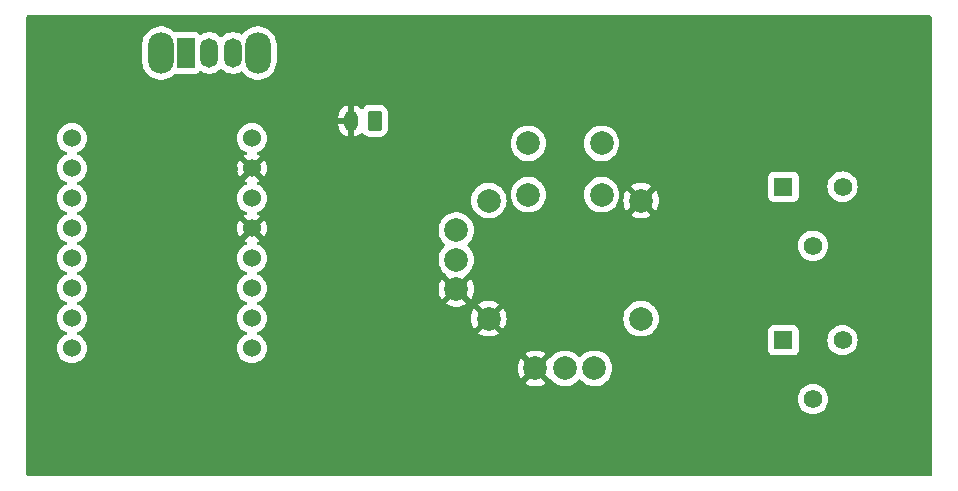
<source format=gbl>
%TF.GenerationSoftware,KiCad,Pcbnew,8.0.8*%
%TF.CreationDate,2025-02-18T22:42:37+01:00*%
%TF.ProjectId,T_lecommande,54e96c65-636f-46d6-9d61-6e64652e6b69,rev?*%
%TF.SameCoordinates,Original*%
%TF.FileFunction,Copper,L2,Bot*%
%TF.FilePolarity,Positive*%
%FSLAX46Y46*%
G04 Gerber Fmt 4.6, Leading zero omitted, Abs format (unit mm)*
G04 Created by KiCad (PCBNEW 8.0.8) date 2025-02-18 22:42:37*
%MOMM*%
%LPD*%
G01*
G04 APERTURE LIST*
G04 Aperture macros list*
%AMRoundRect*
0 Rectangle with rounded corners*
0 $1 Rounding radius*
0 $2 $3 $4 $5 $6 $7 $8 $9 X,Y pos of 4 corners*
0 Add a 4 corners polygon primitive as box body*
4,1,4,$2,$3,$4,$5,$6,$7,$8,$9,$2,$3,0*
0 Add four circle primitives for the rounded corners*
1,1,$1+$1,$2,$3*
1,1,$1+$1,$4,$5*
1,1,$1+$1,$6,$7*
1,1,$1+$1,$8,$9*
0 Add four rect primitives between the rounded corners*
20,1,$1+$1,$2,$3,$4,$5,0*
20,1,$1+$1,$4,$5,$6,$7,0*
20,1,$1+$1,$6,$7,$8,$9,0*
20,1,$1+$1,$8,$9,$2,$3,0*%
G04 Aperture macros list end*
%TA.AperFunction,ComponentPad*%
%ADD10C,1.524000*%
%TD*%
%TA.AperFunction,ComponentPad*%
%ADD11C,2.000000*%
%TD*%
%TA.AperFunction,ComponentPad*%
%ADD12R,1.560000X1.560000*%
%TD*%
%TA.AperFunction,ComponentPad*%
%ADD13C,1.560000*%
%TD*%
%TA.AperFunction,ComponentPad*%
%ADD14O,2.200000X3.500000*%
%TD*%
%TA.AperFunction,ComponentPad*%
%ADD15R,1.500000X2.500000*%
%TD*%
%TA.AperFunction,ComponentPad*%
%ADD16O,1.500000X2.500000*%
%TD*%
%TA.AperFunction,ComponentPad*%
%ADD17RoundRect,0.250000X0.350000X0.625000X-0.350000X0.625000X-0.350000X-0.625000X0.350000X-0.625000X0*%
%TD*%
%TA.AperFunction,ComponentPad*%
%ADD18O,1.200000X1.750000*%
%TD*%
%TA.AperFunction,ViaPad*%
%ADD19C,0.600000*%
%TD*%
G04 APERTURE END LIST*
D10*
%TO.P,U2,1,5V*%
%TO.N,5V*%
X69600000Y-60920000D03*
%TO.P,U2,2,GND*%
%TO.N,GND*%
X69600000Y-63460000D03*
%TO.P,U2,3,3.3V*%
%TO.N,3V3*%
X69600000Y-66000000D03*
%TO.P,U2,4,GPIO4*%
%TO.N,GND*%
X69600000Y-68540000D03*
%TO.P,U2,5,GPIO3*%
%TO.N,unconnected-(U2-GPIO3-Pad5)*%
X69600000Y-71080000D03*
%TO.P,U2,6,GPIO2*%
%TO.N,Net-(U2-GPIO2)*%
X69600000Y-73620000D03*
%TO.P,U2,7,GPIO1*%
%TO.N,Net-(R1-V)*%
X69600000Y-76160000D03*
%TO.P,U2,8,GPIO0*%
%TO.N,Net-(R1-H)*%
X69600000Y-78700000D03*
%TO.P,U2,9,GPIO21*%
%TO.N,unconnected-(U2-GPIO21-Pad9)*%
X54360000Y-78700000D03*
%TO.P,U2,10,GPIO20*%
%TO.N,unconnected-(U2-GPIO20-Pad10)*%
X54360000Y-76160000D03*
%TO.P,U2,11,GPIO10*%
%TO.N,unconnected-(U2-GPIO10-Pad11)*%
X54360000Y-73620000D03*
%TO.P,U2,12,GPIO9*%
%TO.N,unconnected-(U2-GPIO9-Pad12)*%
X54360000Y-71080000D03*
%TO.P,U2,13,GPIO8*%
%TO.N,unconnected-(U2-GPIO8-Pad13)*%
X54360000Y-68540000D03*
%TO.P,U2,14,GPIO7*%
%TO.N,unconnected-(U2-GPIO7-Pad14)*%
X54360000Y-66000000D03*
%TO.P,U2,15,GPIO6*%
%TO.N,unconnected-(U2-GPIO6-Pad15)*%
X54360000Y-63460000D03*
%TO.P,U2,16,GPIO5*%
%TO.N,unconnected-(U2-GPIO5-Pad16)*%
X54360000Y-60920000D03*
%TD*%
D11*
%TO.P,R1,1,V+*%
%TO.N,Net-(R1-V+)*%
X86900000Y-68700000D03*
%TO.P,R1,2,V*%
%TO.N,Net-(R1-V)*%
X86900000Y-71200000D03*
%TO.P,R1,3,V-*%
%TO.N,GND*%
X86900000Y-73700000D03*
%TO.P,R1,4,H+*%
X93600000Y-80400000D03*
%TO.P,R1,5,H*%
%TO.N,Net-(R1-H)*%
X96100000Y-80400000D03*
%TO.P,R1,6,H+*%
%TO.N,Net-(R1-H+-Pad6)*%
X98600000Y-80400000D03*
%TO.P,R1,7,SEL+*%
%TO.N,unconnected-(R1-SEL+-Pad7)*%
X99200000Y-65700000D03*
%TO.P,R1,8,SEL-*%
%TO.N,3V3*%
X93000000Y-65700000D03*
%TO.P,R1,9,SEL+*%
%TO.N,unconnected-(R1-SEL+-Pad9)*%
X99200000Y-61350000D03*
%TO.P,R1,10,SEL-*%
%TO.N,Net-(U2-GPIO2)*%
X93000000Y-61350000D03*
%TO.P,R1,11,MP*%
%TO.N,GND*%
X89650000Y-76200000D03*
%TO.P,R1,12,MP*%
%TO.N,unconnected-(R1-MP-Pad12)*%
X102550000Y-76200000D03*
%TO.P,R1,13,MP*%
%TO.N,unconnected-(R1-MP-Pad13)*%
X89650000Y-66200000D03*
%TO.P,R1,14,MP*%
%TO.N,GND*%
X102550000Y-66200000D03*
%TD*%
D12*
%TO.P,RV2,1,1*%
%TO.N,unconnected-(RV2-Pad1)*%
X114600000Y-78020000D03*
D13*
%TO.P,RV2,2,2*%
%TO.N,Net-(R1-H+-Pad6)*%
X117100000Y-83020000D03*
%TO.P,RV2,3,3*%
%TO.N,3V3*%
X119600000Y-78020000D03*
%TD*%
D14*
%TO.P,SW1,*%
%TO.N,*%
X61900000Y-53700000D03*
X70100000Y-53700000D03*
D15*
%TO.P,SW1,1,A*%
%TO.N,5V*%
X64000000Y-53700000D03*
D16*
%TO.P,SW1,2,B*%
%TO.N,Net-(J1-Pin_1)*%
X66000000Y-53700000D03*
%TO.P,SW1,3,C*%
%TO.N,unconnected-(SW1A-C-Pad3)*%
X68000000Y-53700000D03*
%TD*%
D12*
%TO.P,RV1,1,1*%
%TO.N,3V3*%
X114600000Y-65020000D03*
D13*
%TO.P,RV1,2,2*%
%TO.N,Net-(R1-V+)*%
X117100000Y-70020000D03*
%TO.P,RV1,3,3*%
%TO.N,unconnected-(RV1-Pad3)*%
X119600000Y-65020000D03*
%TD*%
D17*
%TO.P,J1,1,Pin_1*%
%TO.N,Net-(J1-Pin_1)*%
X80000000Y-59450000D03*
D18*
%TO.P,J1,2,Pin_2*%
%TO.N,GND*%
X78000000Y-59450000D03*
%TD*%
D19*
%TO.N,GND*%
X68200000Y-63500000D03*
%TD*%
%TA.AperFunction,Conductor*%
%TO.N,GND*%
G36*
X127016177Y-50520185D02*
G01*
X127036819Y-50536819D01*
X127163181Y-50663181D01*
X127196666Y-50724504D01*
X127199500Y-50750862D01*
X127199500Y-89375500D01*
X127179815Y-89442539D01*
X127127011Y-89488294D01*
X127075500Y-89499500D01*
X50624500Y-89499500D01*
X50557461Y-89479815D01*
X50511706Y-89427011D01*
X50500500Y-89375500D01*
X50500500Y-83019998D01*
X115814609Y-83019998D01*
X115814609Y-83020001D01*
X115834136Y-83243200D01*
X115834137Y-83243208D01*
X115892126Y-83459625D01*
X115892127Y-83459627D01*
X115892128Y-83459630D01*
X115986819Y-83662696D01*
X115986821Y-83662700D01*
X116115329Y-83846228D01*
X116115334Y-83846234D01*
X116273765Y-84004665D01*
X116273771Y-84004670D01*
X116457299Y-84133178D01*
X116457301Y-84133179D01*
X116457304Y-84133181D01*
X116660370Y-84227872D01*
X116876794Y-84285863D01*
X117036226Y-84299811D01*
X117099998Y-84305391D01*
X117100000Y-84305391D01*
X117100002Y-84305391D01*
X117155801Y-84300509D01*
X117323206Y-84285863D01*
X117539630Y-84227872D01*
X117742696Y-84133181D01*
X117926233Y-84004667D01*
X118084667Y-83846233D01*
X118213181Y-83662696D01*
X118307872Y-83459630D01*
X118365863Y-83243206D01*
X118385391Y-83020000D01*
X118365863Y-82796794D01*
X118307872Y-82580370D01*
X118213181Y-82377305D01*
X118084667Y-82193767D01*
X117926233Y-82035333D01*
X117926229Y-82035330D01*
X117926228Y-82035329D01*
X117742700Y-81906821D01*
X117742696Y-81906819D01*
X117729145Y-81900500D01*
X117539630Y-81812128D01*
X117539627Y-81812127D01*
X117539625Y-81812126D01*
X117323208Y-81754137D01*
X117323200Y-81754136D01*
X117100002Y-81734609D01*
X117099998Y-81734609D01*
X116876799Y-81754136D01*
X116876791Y-81754137D01*
X116660374Y-81812126D01*
X116660368Y-81812129D01*
X116457306Y-81906818D01*
X116457304Y-81906819D01*
X116273764Y-82035334D01*
X116115334Y-82193764D01*
X115986819Y-82377304D01*
X115986818Y-82377306D01*
X115892129Y-82580368D01*
X115892126Y-82580374D01*
X115834137Y-82796791D01*
X115834136Y-82796799D01*
X115814609Y-83019998D01*
X50500500Y-83019998D01*
X50500500Y-80399994D01*
X92094859Y-80399994D01*
X92094859Y-80400005D01*
X92115385Y-80647729D01*
X92115387Y-80647738D01*
X92176412Y-80888717D01*
X92276267Y-81116367D01*
X92376562Y-81269881D01*
X92922421Y-80724023D01*
X92935359Y-80755258D01*
X93017437Y-80878097D01*
X93121903Y-80982563D01*
X93244742Y-81064641D01*
X93275974Y-81077578D01*
X92729943Y-81623609D01*
X92776768Y-81660055D01*
X92776771Y-81660057D01*
X92995385Y-81778364D01*
X92995396Y-81778369D01*
X93230506Y-81859083D01*
X93475707Y-81900000D01*
X93724293Y-81900000D01*
X93969493Y-81859083D01*
X94204603Y-81778369D01*
X94204614Y-81778364D01*
X94423230Y-81660056D01*
X94423236Y-81660051D01*
X94470055Y-81623610D01*
X94470056Y-81623609D01*
X93924024Y-81077578D01*
X93955258Y-81064641D01*
X94078097Y-80982563D01*
X94182563Y-80878097D01*
X94264641Y-80755258D01*
X94277578Y-80724024D01*
X94832628Y-81279074D01*
X94866110Y-81285244D01*
X94907122Y-81321949D01*
X94908683Y-81320735D01*
X94911830Y-81324779D01*
X94966194Y-81383833D01*
X95080256Y-81507738D01*
X95276491Y-81660474D01*
X95276493Y-81660475D01*
X95494332Y-81778364D01*
X95495190Y-81778828D01*
X95714141Y-81853994D01*
X95728964Y-81859083D01*
X95730386Y-81859571D01*
X95975665Y-81900500D01*
X96224335Y-81900500D01*
X96469614Y-81859571D01*
X96704810Y-81778828D01*
X96923509Y-81660474D01*
X97119744Y-81507738D01*
X97258772Y-81356712D01*
X97318657Y-81320724D01*
X97388495Y-81322824D01*
X97441226Y-81356711D01*
X97580256Y-81507738D01*
X97776491Y-81660474D01*
X97776493Y-81660475D01*
X97994332Y-81778364D01*
X97995190Y-81778828D01*
X98214141Y-81853994D01*
X98228964Y-81859083D01*
X98230386Y-81859571D01*
X98475665Y-81900500D01*
X98724335Y-81900500D01*
X98969614Y-81859571D01*
X99204810Y-81778828D01*
X99423509Y-81660474D01*
X99619744Y-81507738D01*
X99788164Y-81324785D01*
X99924173Y-81116607D01*
X100024063Y-80888881D01*
X100085108Y-80647821D01*
X100085116Y-80647729D01*
X100105643Y-80400005D01*
X100105643Y-80399994D01*
X100085109Y-80152187D01*
X100085107Y-80152175D01*
X100024063Y-79911118D01*
X99924173Y-79683393D01*
X99788166Y-79475217D01*
X99758769Y-79443284D01*
X99619744Y-79292262D01*
X99423509Y-79139526D01*
X99423507Y-79139525D01*
X99423506Y-79139524D01*
X99204811Y-79021172D01*
X99204802Y-79021169D01*
X98969616Y-78940429D01*
X98724335Y-78899500D01*
X98475665Y-78899500D01*
X98230383Y-78940429D01*
X97995197Y-79021169D01*
X97995188Y-79021172D01*
X97776493Y-79139524D01*
X97580255Y-79292262D01*
X97580252Y-79292265D01*
X97441229Y-79443284D01*
X97381342Y-79479275D01*
X97311504Y-79477174D01*
X97258771Y-79443284D01*
X97119747Y-79292265D01*
X97119744Y-79292262D01*
X97037013Y-79227870D01*
X96923509Y-79139526D01*
X96923507Y-79139525D01*
X96923506Y-79139524D01*
X96704811Y-79021172D01*
X96704802Y-79021169D01*
X96469616Y-78940429D01*
X96224335Y-78899500D01*
X95975665Y-78899500D01*
X95730383Y-78940429D01*
X95495197Y-79021169D01*
X95495188Y-79021172D01*
X95276493Y-79139524D01*
X95080257Y-79292261D01*
X94911837Y-79475213D01*
X94908690Y-79479258D01*
X94906973Y-79477922D01*
X94860771Y-79517294D01*
X94831598Y-79521954D01*
X94277578Y-80075974D01*
X94264641Y-80044742D01*
X94182563Y-79921903D01*
X94078097Y-79817437D01*
X93955258Y-79735359D01*
X93924024Y-79722421D01*
X94470055Y-79176389D01*
X94470055Y-79176388D01*
X94423236Y-79139947D01*
X94423231Y-79139944D01*
X94204614Y-79021635D01*
X94204603Y-79021630D01*
X93969493Y-78940916D01*
X93724293Y-78900000D01*
X93475707Y-78900000D01*
X93230506Y-78940916D01*
X92995396Y-79021630D01*
X92995385Y-79021635D01*
X92776770Y-79139943D01*
X92729943Y-79176389D01*
X93275975Y-79722421D01*
X93244742Y-79735359D01*
X93121903Y-79817437D01*
X93017437Y-79921903D01*
X92935359Y-80044742D01*
X92922421Y-80075975D01*
X92376563Y-79530117D01*
X92276267Y-79683633D01*
X92276265Y-79683637D01*
X92176412Y-79911282D01*
X92115387Y-80152261D01*
X92115385Y-80152270D01*
X92094859Y-80399994D01*
X50500500Y-80399994D01*
X50500500Y-60919997D01*
X53092677Y-60919997D01*
X53092677Y-60920002D01*
X53111929Y-61140062D01*
X53111930Y-61140070D01*
X53169104Y-61353445D01*
X53169105Y-61353447D01*
X53169106Y-61353450D01*
X53262466Y-61553662D01*
X53262468Y-61553666D01*
X53389170Y-61734615D01*
X53389175Y-61734621D01*
X53545378Y-61890824D01*
X53545384Y-61890829D01*
X53726333Y-62017531D01*
X53726335Y-62017532D01*
X53726338Y-62017534D01*
X53831574Y-62066606D01*
X53855189Y-62077618D01*
X53907628Y-62123790D01*
X53926780Y-62190984D01*
X53906564Y-62257865D01*
X53855189Y-62302382D01*
X53726340Y-62362465D01*
X53726338Y-62362466D01*
X53545377Y-62489175D01*
X53389175Y-62645377D01*
X53262466Y-62826338D01*
X53262465Y-62826340D01*
X53169107Y-63026548D01*
X53169104Y-63026554D01*
X53111930Y-63239929D01*
X53111929Y-63239937D01*
X53092677Y-63459997D01*
X53092677Y-63460002D01*
X53111929Y-63680062D01*
X53111930Y-63680070D01*
X53169104Y-63893445D01*
X53169105Y-63893447D01*
X53169106Y-63893450D01*
X53175341Y-63906821D01*
X53262466Y-64093662D01*
X53262468Y-64093666D01*
X53389170Y-64274615D01*
X53389175Y-64274621D01*
X53545378Y-64430824D01*
X53545384Y-64430829D01*
X53726333Y-64557531D01*
X53726335Y-64557532D01*
X53726338Y-64557534D01*
X53775319Y-64580374D01*
X53855189Y-64617618D01*
X53907628Y-64663790D01*
X53926780Y-64730984D01*
X53906564Y-64797865D01*
X53855189Y-64842382D01*
X53726340Y-64902465D01*
X53726338Y-64902466D01*
X53545377Y-65029175D01*
X53389175Y-65185377D01*
X53262466Y-65366338D01*
X53262465Y-65366340D01*
X53169107Y-65566548D01*
X53169104Y-65566554D01*
X53111930Y-65779929D01*
X53111929Y-65779937D01*
X53092677Y-65999997D01*
X53092677Y-66000002D01*
X53111929Y-66220062D01*
X53111930Y-66220070D01*
X53169104Y-66433445D01*
X53169105Y-66433447D01*
X53169106Y-66433450D01*
X53175809Y-66447824D01*
X53262466Y-66633662D01*
X53262468Y-66633666D01*
X53389170Y-66814615D01*
X53389175Y-66814621D01*
X53545378Y-66970824D01*
X53545384Y-66970829D01*
X53726333Y-67097531D01*
X53726335Y-67097532D01*
X53726338Y-67097534D01*
X53845748Y-67153215D01*
X53855189Y-67157618D01*
X53907628Y-67203790D01*
X53926780Y-67270984D01*
X53906564Y-67337865D01*
X53855189Y-67382382D01*
X53726340Y-67442465D01*
X53726338Y-67442466D01*
X53545377Y-67569175D01*
X53389175Y-67725377D01*
X53262466Y-67906338D01*
X53262465Y-67906340D01*
X53169107Y-68106548D01*
X53169104Y-68106554D01*
X53111930Y-68319929D01*
X53111929Y-68319937D01*
X53092677Y-68539997D01*
X53092677Y-68540002D01*
X53111929Y-68760062D01*
X53111930Y-68760070D01*
X53169104Y-68973445D01*
X53169105Y-68973447D01*
X53169106Y-68973450D01*
X53197963Y-69035334D01*
X53262466Y-69173662D01*
X53262468Y-69173666D01*
X53389170Y-69354615D01*
X53389175Y-69354621D01*
X53545378Y-69510824D01*
X53545384Y-69510829D01*
X53726333Y-69637531D01*
X53726335Y-69637532D01*
X53726338Y-69637534D01*
X53845748Y-69693215D01*
X53855189Y-69697618D01*
X53907628Y-69743790D01*
X53926780Y-69810984D01*
X53906564Y-69877865D01*
X53855189Y-69922382D01*
X53726340Y-69982465D01*
X53726338Y-69982466D01*
X53545377Y-70109175D01*
X53389175Y-70265377D01*
X53262466Y-70446338D01*
X53262465Y-70446340D01*
X53169107Y-70646548D01*
X53169104Y-70646554D01*
X53111930Y-70859929D01*
X53111929Y-70859937D01*
X53092677Y-71079997D01*
X53092677Y-71080002D01*
X53111929Y-71300062D01*
X53111930Y-71300070D01*
X53169104Y-71513445D01*
X53169105Y-71513447D01*
X53169106Y-71513450D01*
X53262466Y-71713662D01*
X53262468Y-71713666D01*
X53389170Y-71894615D01*
X53389175Y-71894621D01*
X53545378Y-72050824D01*
X53545384Y-72050829D01*
X53726333Y-72177531D01*
X53726335Y-72177532D01*
X53726338Y-72177534D01*
X53845748Y-72233215D01*
X53855189Y-72237618D01*
X53907628Y-72283790D01*
X53926780Y-72350984D01*
X53906564Y-72417865D01*
X53855189Y-72462382D01*
X53726340Y-72522465D01*
X53726338Y-72522466D01*
X53545377Y-72649175D01*
X53389175Y-72805377D01*
X53262466Y-72986338D01*
X53262465Y-72986340D01*
X53169107Y-73186548D01*
X53169104Y-73186554D01*
X53111930Y-73399929D01*
X53111929Y-73399937D01*
X53092677Y-73619997D01*
X53092677Y-73620002D01*
X53111929Y-73840062D01*
X53111930Y-73840070D01*
X53169104Y-74053445D01*
X53169105Y-74053447D01*
X53169106Y-74053450D01*
X53227230Y-74178097D01*
X53262466Y-74253662D01*
X53262468Y-74253666D01*
X53389170Y-74434615D01*
X53389175Y-74434621D01*
X53545378Y-74590824D01*
X53545384Y-74590829D01*
X53726333Y-74717531D01*
X53726335Y-74717532D01*
X53726338Y-74717534D01*
X53845748Y-74773215D01*
X53855189Y-74777618D01*
X53907628Y-74823790D01*
X53926780Y-74890984D01*
X53906564Y-74957865D01*
X53855189Y-75002382D01*
X53726340Y-75062465D01*
X53726338Y-75062466D01*
X53545377Y-75189175D01*
X53389175Y-75345377D01*
X53262466Y-75526338D01*
X53262465Y-75526340D01*
X53169107Y-75726548D01*
X53169104Y-75726554D01*
X53111930Y-75939929D01*
X53111929Y-75939937D01*
X53092677Y-76159997D01*
X53092677Y-76160002D01*
X53111929Y-76380062D01*
X53111930Y-76380070D01*
X53169104Y-76593445D01*
X53169105Y-76593447D01*
X53169106Y-76593450D01*
X53262466Y-76793662D01*
X53262468Y-76793666D01*
X53389170Y-76974615D01*
X53389175Y-76974621D01*
X53545378Y-77130824D01*
X53545384Y-77130829D01*
X53726333Y-77257531D01*
X53726335Y-77257532D01*
X53726338Y-77257534D01*
X53834001Y-77307738D01*
X53855189Y-77317618D01*
X53907628Y-77363790D01*
X53926780Y-77430984D01*
X53906564Y-77497865D01*
X53855189Y-77542382D01*
X53726340Y-77602465D01*
X53726338Y-77602466D01*
X53545377Y-77729175D01*
X53389175Y-77885377D01*
X53262466Y-78066338D01*
X53262465Y-78066340D01*
X53169107Y-78266548D01*
X53169104Y-78266554D01*
X53111930Y-78479929D01*
X53111929Y-78479937D01*
X53092677Y-78699997D01*
X53092677Y-78700002D01*
X53111929Y-78920062D01*
X53111930Y-78920070D01*
X53169104Y-79133445D01*
X53169105Y-79133447D01*
X53169106Y-79133450D01*
X53247002Y-79300499D01*
X53262466Y-79333662D01*
X53262468Y-79333666D01*
X53389170Y-79514615D01*
X53389175Y-79514621D01*
X53545378Y-79670824D01*
X53545384Y-79670829D01*
X53726333Y-79797531D01*
X53726335Y-79797532D01*
X53726338Y-79797534D01*
X53926550Y-79890894D01*
X54139932Y-79948070D01*
X54297123Y-79961822D01*
X54359998Y-79967323D01*
X54360000Y-79967323D01*
X54360002Y-79967323D01*
X54415017Y-79962509D01*
X54580068Y-79948070D01*
X54793450Y-79890894D01*
X54993662Y-79797534D01*
X55174620Y-79670826D01*
X55330826Y-79514620D01*
X55457534Y-79333662D01*
X55550894Y-79133450D01*
X55608070Y-78920068D01*
X55627323Y-78700000D01*
X55624059Y-78662696D01*
X55608070Y-78479937D01*
X55608070Y-78479932D01*
X55550894Y-78266550D01*
X55457534Y-78066339D01*
X55330826Y-77885380D01*
X55174620Y-77729174D01*
X55174616Y-77729171D01*
X55174615Y-77729170D01*
X54993666Y-77602468D01*
X54993658Y-77602464D01*
X54864811Y-77542382D01*
X54812371Y-77496210D01*
X54793219Y-77429017D01*
X54813435Y-77362135D01*
X54864811Y-77317618D01*
X54870802Y-77314824D01*
X54993662Y-77257534D01*
X55174620Y-77130826D01*
X55330826Y-76974620D01*
X55457534Y-76793662D01*
X55550894Y-76593450D01*
X55608070Y-76380068D01*
X55627323Y-76160000D01*
X55608070Y-75939932D01*
X55550894Y-75726550D01*
X55457534Y-75526339D01*
X55330826Y-75345380D01*
X55174620Y-75189174D01*
X55174616Y-75189171D01*
X55174615Y-75189170D01*
X54993666Y-75062468D01*
X54993658Y-75062464D01*
X54864811Y-75002382D01*
X54812371Y-74956210D01*
X54793219Y-74889017D01*
X54813435Y-74822135D01*
X54864811Y-74777618D01*
X54870802Y-74774824D01*
X54993662Y-74717534D01*
X55174620Y-74590826D01*
X55330826Y-74434620D01*
X55457534Y-74253662D01*
X55550894Y-74053450D01*
X55608070Y-73840068D01*
X55627323Y-73620000D01*
X55608070Y-73399932D01*
X55550894Y-73186550D01*
X55457534Y-72986339D01*
X55330826Y-72805380D01*
X55174620Y-72649174D01*
X55174616Y-72649171D01*
X55174615Y-72649170D01*
X54993666Y-72522468D01*
X54993658Y-72522464D01*
X54864811Y-72462382D01*
X54812371Y-72416210D01*
X54793219Y-72349017D01*
X54813435Y-72282135D01*
X54864811Y-72237618D01*
X54870802Y-72234824D01*
X54993662Y-72177534D01*
X55174620Y-72050826D01*
X55330826Y-71894620D01*
X55457534Y-71713662D01*
X55550894Y-71513450D01*
X55608070Y-71300068D01*
X55627323Y-71080000D01*
X55608070Y-70859932D01*
X55550894Y-70646550D01*
X55457534Y-70446339D01*
X55337714Y-70275217D01*
X55330827Y-70265381D01*
X55308646Y-70243200D01*
X55174620Y-70109174D01*
X55174616Y-70109171D01*
X55174615Y-70109170D01*
X54993666Y-69982468D01*
X54993658Y-69982464D01*
X54864811Y-69922382D01*
X54812371Y-69876210D01*
X54793219Y-69809017D01*
X54813435Y-69742135D01*
X54864811Y-69697618D01*
X54870802Y-69694824D01*
X54993662Y-69637534D01*
X55174620Y-69510826D01*
X55330826Y-69354620D01*
X55457534Y-69173662D01*
X55550894Y-68973450D01*
X55608070Y-68760068D01*
X55627323Y-68540000D01*
X55608070Y-68319932D01*
X55550894Y-68106550D01*
X55457534Y-67906339D01*
X55330826Y-67725380D01*
X55174620Y-67569174D01*
X55174616Y-67569171D01*
X55174615Y-67569170D01*
X54993666Y-67442468D01*
X54993658Y-67442464D01*
X54864811Y-67382382D01*
X54812371Y-67336210D01*
X54793219Y-67269017D01*
X54813435Y-67202135D01*
X54864811Y-67157618D01*
X54870802Y-67154824D01*
X54993662Y-67097534D01*
X55174620Y-66970826D01*
X55330826Y-66814620D01*
X55457534Y-66633662D01*
X55550894Y-66433450D01*
X55608070Y-66220068D01*
X55623620Y-66042328D01*
X55627323Y-66000002D01*
X55627323Y-65999997D01*
X55614014Y-65847872D01*
X55608070Y-65779932D01*
X55550894Y-65566550D01*
X55457534Y-65366339D01*
X55330826Y-65185380D01*
X55174620Y-65029174D01*
X55174616Y-65029171D01*
X55174615Y-65029170D01*
X54993666Y-64902468D01*
X54993658Y-64902464D01*
X54864811Y-64842382D01*
X54812371Y-64796210D01*
X54793219Y-64729017D01*
X54813435Y-64662135D01*
X54864811Y-64617618D01*
X54919189Y-64592261D01*
X54993662Y-64557534D01*
X55174620Y-64430826D01*
X55330826Y-64274620D01*
X55457534Y-64093662D01*
X55550894Y-63893450D01*
X55608070Y-63680068D01*
X55627323Y-63460000D01*
X55608070Y-63239932D01*
X55550894Y-63026550D01*
X55457534Y-62826339D01*
X55330826Y-62645380D01*
X55174620Y-62489174D01*
X55174616Y-62489171D01*
X55174615Y-62489170D01*
X54993666Y-62362468D01*
X54993658Y-62362464D01*
X54864811Y-62302382D01*
X54812371Y-62256210D01*
X54793219Y-62189017D01*
X54813435Y-62122135D01*
X54864811Y-62077618D01*
X54888426Y-62066606D01*
X54993662Y-62017534D01*
X55174620Y-61890826D01*
X55330826Y-61734620D01*
X55457534Y-61553662D01*
X55550894Y-61353450D01*
X55608070Y-61140068D01*
X55627323Y-60920000D01*
X55627323Y-60919997D01*
X68332677Y-60919997D01*
X68332677Y-60920002D01*
X68351929Y-61140062D01*
X68351930Y-61140070D01*
X68409104Y-61353445D01*
X68409105Y-61353447D01*
X68409106Y-61353450D01*
X68502466Y-61553662D01*
X68502468Y-61553666D01*
X68629170Y-61734615D01*
X68629175Y-61734621D01*
X68785378Y-61890824D01*
X68785384Y-61890829D01*
X68966333Y-62017531D01*
X68966335Y-62017532D01*
X68966338Y-62017534D01*
X69071574Y-62066606D01*
X69095781Y-62077894D01*
X69148220Y-62124066D01*
X69167372Y-62191260D01*
X69147156Y-62258141D01*
X69095781Y-62302658D01*
X68966590Y-62362901D01*
X68901811Y-62408258D01*
X69572554Y-63079000D01*
X69549840Y-63079000D01*
X69452939Y-63104964D01*
X69366060Y-63155124D01*
X69295124Y-63226060D01*
X69244964Y-63312939D01*
X69219000Y-63409840D01*
X69219000Y-63432553D01*
X68548258Y-62761811D01*
X68502901Y-62826590D01*
X68409579Y-63026720D01*
X68409575Y-63026729D01*
X68352426Y-63240013D01*
X68352424Y-63240023D01*
X68333179Y-63459999D01*
X68333179Y-63460000D01*
X68352424Y-63679976D01*
X68352426Y-63679986D01*
X68409575Y-63893270D01*
X68409580Y-63893284D01*
X68502898Y-64093405D01*
X68502901Y-64093411D01*
X68548258Y-64158187D01*
X68548258Y-64158188D01*
X69219000Y-63487446D01*
X69219000Y-63510160D01*
X69244964Y-63607061D01*
X69295124Y-63693940D01*
X69366060Y-63764876D01*
X69452939Y-63815036D01*
X69549840Y-63841000D01*
X69572553Y-63841000D01*
X68901810Y-64511740D01*
X68966589Y-64557098D01*
X69095781Y-64617342D01*
X69148220Y-64663514D01*
X69167372Y-64730708D01*
X69147156Y-64797589D01*
X69095781Y-64842106D01*
X68966340Y-64902465D01*
X68966338Y-64902466D01*
X68785377Y-65029175D01*
X68629175Y-65185377D01*
X68502466Y-65366338D01*
X68502465Y-65366340D01*
X68409107Y-65566548D01*
X68409104Y-65566554D01*
X68351930Y-65779929D01*
X68351929Y-65779937D01*
X68332677Y-65999997D01*
X68332677Y-66000002D01*
X68351929Y-66220062D01*
X68351930Y-66220070D01*
X68409104Y-66433445D01*
X68409105Y-66433447D01*
X68409106Y-66433450D01*
X68415809Y-66447824D01*
X68502466Y-66633662D01*
X68502468Y-66633666D01*
X68629170Y-66814615D01*
X68629175Y-66814621D01*
X68785378Y-66970824D01*
X68785384Y-66970829D01*
X68966333Y-67097531D01*
X68966335Y-67097532D01*
X68966338Y-67097534D01*
X69095189Y-67157618D01*
X69095781Y-67157894D01*
X69148220Y-67204066D01*
X69167372Y-67271260D01*
X69147156Y-67338141D01*
X69095781Y-67382658D01*
X68966590Y-67442901D01*
X68901811Y-67488258D01*
X69572554Y-68159000D01*
X69549840Y-68159000D01*
X69452939Y-68184964D01*
X69366060Y-68235124D01*
X69295124Y-68306060D01*
X69244964Y-68392939D01*
X69219000Y-68489840D01*
X69219000Y-68512553D01*
X68548258Y-67841811D01*
X68502901Y-67906590D01*
X68409579Y-68106720D01*
X68409575Y-68106729D01*
X68352426Y-68320013D01*
X68352424Y-68320023D01*
X68333179Y-68539999D01*
X68333179Y-68540000D01*
X68352424Y-68759976D01*
X68352426Y-68759986D01*
X68409575Y-68973270D01*
X68409580Y-68973284D01*
X68502898Y-69173405D01*
X68502901Y-69173411D01*
X68548258Y-69238187D01*
X68548258Y-69238188D01*
X69219000Y-68567446D01*
X69219000Y-68590160D01*
X69244964Y-68687061D01*
X69295124Y-68773940D01*
X69366060Y-68844876D01*
X69452939Y-68895036D01*
X69549840Y-68921000D01*
X69572553Y-68921000D01*
X68901810Y-69591740D01*
X68966589Y-69637098D01*
X69095781Y-69697342D01*
X69148220Y-69743514D01*
X69167372Y-69810708D01*
X69147156Y-69877589D01*
X69095781Y-69922106D01*
X68966340Y-69982465D01*
X68966338Y-69982466D01*
X68785377Y-70109175D01*
X68629175Y-70265377D01*
X68502466Y-70446338D01*
X68502465Y-70446340D01*
X68409107Y-70646548D01*
X68409104Y-70646554D01*
X68351930Y-70859929D01*
X68351929Y-70859937D01*
X68332677Y-71079997D01*
X68332677Y-71080002D01*
X68351929Y-71300062D01*
X68351930Y-71300070D01*
X68409104Y-71513445D01*
X68409105Y-71513447D01*
X68409106Y-71513450D01*
X68502466Y-71713662D01*
X68502468Y-71713666D01*
X68629170Y-71894615D01*
X68629175Y-71894621D01*
X68785378Y-72050824D01*
X68785384Y-72050829D01*
X68966333Y-72177531D01*
X68966335Y-72177532D01*
X68966338Y-72177534D01*
X69085748Y-72233215D01*
X69095189Y-72237618D01*
X69147628Y-72283790D01*
X69166780Y-72350984D01*
X69146564Y-72417865D01*
X69095189Y-72462382D01*
X68966340Y-72522465D01*
X68966338Y-72522466D01*
X68785377Y-72649175D01*
X68629175Y-72805377D01*
X68502466Y-72986338D01*
X68502465Y-72986340D01*
X68409107Y-73186548D01*
X68409104Y-73186554D01*
X68351930Y-73399929D01*
X68351929Y-73399937D01*
X68332677Y-73619997D01*
X68332677Y-73620002D01*
X68351929Y-73840062D01*
X68351930Y-73840070D01*
X68409104Y-74053445D01*
X68409105Y-74053447D01*
X68409106Y-74053450D01*
X68467230Y-74178097D01*
X68502466Y-74253662D01*
X68502468Y-74253666D01*
X68629170Y-74434615D01*
X68629175Y-74434621D01*
X68785378Y-74590824D01*
X68785384Y-74590829D01*
X68966333Y-74717531D01*
X68966335Y-74717532D01*
X68966338Y-74717534D01*
X69085748Y-74773215D01*
X69095189Y-74777618D01*
X69147628Y-74823790D01*
X69166780Y-74890984D01*
X69146564Y-74957865D01*
X69095189Y-75002382D01*
X68966340Y-75062465D01*
X68966338Y-75062466D01*
X68785377Y-75189175D01*
X68629175Y-75345377D01*
X68502466Y-75526338D01*
X68502465Y-75526340D01*
X68409107Y-75726548D01*
X68409104Y-75726554D01*
X68351930Y-75939929D01*
X68351929Y-75939937D01*
X68332677Y-76159997D01*
X68332677Y-76160002D01*
X68351929Y-76380062D01*
X68351930Y-76380070D01*
X68409104Y-76593445D01*
X68409105Y-76593447D01*
X68409106Y-76593450D01*
X68502466Y-76793662D01*
X68502468Y-76793666D01*
X68629170Y-76974615D01*
X68629175Y-76974621D01*
X68785378Y-77130824D01*
X68785384Y-77130829D01*
X68966333Y-77257531D01*
X68966335Y-77257532D01*
X68966338Y-77257534D01*
X69074001Y-77307738D01*
X69095189Y-77317618D01*
X69147628Y-77363790D01*
X69166780Y-77430984D01*
X69146564Y-77497865D01*
X69095189Y-77542382D01*
X68966340Y-77602465D01*
X68966338Y-77602466D01*
X68785377Y-77729175D01*
X68629175Y-77885377D01*
X68502466Y-78066338D01*
X68502465Y-78066340D01*
X68409107Y-78266548D01*
X68409104Y-78266554D01*
X68351930Y-78479929D01*
X68351929Y-78479937D01*
X68332677Y-78699997D01*
X68332677Y-78700002D01*
X68351929Y-78920062D01*
X68351930Y-78920070D01*
X68409104Y-79133445D01*
X68409105Y-79133447D01*
X68409106Y-79133450D01*
X68487002Y-79300499D01*
X68502466Y-79333662D01*
X68502468Y-79333666D01*
X68629170Y-79514615D01*
X68629175Y-79514621D01*
X68785378Y-79670824D01*
X68785384Y-79670829D01*
X68966333Y-79797531D01*
X68966335Y-79797532D01*
X68966338Y-79797534D01*
X69166550Y-79890894D01*
X69379932Y-79948070D01*
X69537123Y-79961822D01*
X69599998Y-79967323D01*
X69600000Y-79967323D01*
X69600002Y-79967323D01*
X69655017Y-79962509D01*
X69820068Y-79948070D01*
X70033450Y-79890894D01*
X70233662Y-79797534D01*
X70414620Y-79670826D01*
X70570826Y-79514620D01*
X70697534Y-79333662D01*
X70790894Y-79133450D01*
X70848070Y-78920068D01*
X70867323Y-78700000D01*
X70864059Y-78662696D01*
X70848070Y-78479937D01*
X70848070Y-78479932D01*
X70790894Y-78266550D01*
X70697534Y-78066339D01*
X70570826Y-77885380D01*
X70414620Y-77729174D01*
X70414616Y-77729171D01*
X70414615Y-77729170D01*
X70233666Y-77602468D01*
X70233658Y-77602464D01*
X70104811Y-77542382D01*
X70052371Y-77496210D01*
X70033219Y-77429017D01*
X70053435Y-77362135D01*
X70104811Y-77317618D01*
X70110802Y-77314824D01*
X70233662Y-77257534D01*
X70414620Y-77130826D01*
X70570826Y-76974620D01*
X70697534Y-76793662D01*
X70790894Y-76593450D01*
X70848070Y-76380068D01*
X70863824Y-76199994D01*
X88144859Y-76199994D01*
X88144859Y-76200005D01*
X88165385Y-76447729D01*
X88165387Y-76447738D01*
X88226412Y-76688717D01*
X88326267Y-76916367D01*
X88426562Y-77069881D01*
X88972421Y-76524023D01*
X88985359Y-76555258D01*
X89067437Y-76678097D01*
X89171903Y-76782563D01*
X89294742Y-76864641D01*
X89325974Y-76877578D01*
X88779943Y-77423609D01*
X88826768Y-77460055D01*
X88826771Y-77460057D01*
X89045385Y-77578364D01*
X89045396Y-77578369D01*
X89280506Y-77659083D01*
X89525707Y-77700000D01*
X89774293Y-77700000D01*
X90019493Y-77659083D01*
X90254603Y-77578369D01*
X90254614Y-77578364D01*
X90473230Y-77460056D01*
X90473236Y-77460051D01*
X90520055Y-77423610D01*
X90520056Y-77423609D01*
X89974024Y-76877578D01*
X90005258Y-76864641D01*
X90128097Y-76782563D01*
X90232563Y-76678097D01*
X90314641Y-76555258D01*
X90327578Y-76524025D01*
X90873435Y-77069882D01*
X90973733Y-76916364D01*
X91073587Y-76688717D01*
X91134612Y-76447738D01*
X91134614Y-76447729D01*
X91155141Y-76200005D01*
X91155141Y-76199994D01*
X101044357Y-76199994D01*
X101044357Y-76200005D01*
X101064890Y-76447812D01*
X101064892Y-76447824D01*
X101125936Y-76688881D01*
X101225826Y-76916606D01*
X101361833Y-77124782D01*
X101361836Y-77124785D01*
X101530256Y-77307738D01*
X101726491Y-77460474D01*
X101726493Y-77460475D01*
X101944332Y-77578364D01*
X101945190Y-77578828D01*
X102164141Y-77653994D01*
X102178964Y-77659083D01*
X102180386Y-77659571D01*
X102425665Y-77700500D01*
X102674335Y-77700500D01*
X102919614Y-77659571D01*
X103154810Y-77578828D01*
X103373509Y-77460474D01*
X103569744Y-77307738D01*
X103676164Y-77192135D01*
X113319500Y-77192135D01*
X113319500Y-78847870D01*
X113319501Y-78847876D01*
X113325908Y-78907483D01*
X113376202Y-79042328D01*
X113376206Y-79042335D01*
X113462452Y-79157544D01*
X113462455Y-79157547D01*
X113577664Y-79243793D01*
X113577671Y-79243797D01*
X113712517Y-79294091D01*
X113712516Y-79294091D01*
X113719444Y-79294835D01*
X113772127Y-79300500D01*
X115427872Y-79300499D01*
X115487483Y-79294091D01*
X115622331Y-79243796D01*
X115737546Y-79157546D01*
X115823796Y-79042331D01*
X115874091Y-78907483D01*
X115880500Y-78847873D01*
X115880499Y-78019998D01*
X118314609Y-78019998D01*
X118314609Y-78020001D01*
X118334136Y-78243200D01*
X118334137Y-78243208D01*
X118392126Y-78459625D01*
X118392127Y-78459627D01*
X118392128Y-78459630D01*
X118486819Y-78662696D01*
X118486821Y-78662700D01*
X118615329Y-78846228D01*
X118615334Y-78846234D01*
X118773765Y-79004665D01*
X118773771Y-79004670D01*
X118957299Y-79133178D01*
X118957301Y-79133179D01*
X118957304Y-79133181D01*
X119160370Y-79227872D01*
X119376794Y-79285863D01*
X119536226Y-79299811D01*
X119599998Y-79305391D01*
X119600000Y-79305391D01*
X119600002Y-79305391D01*
X119655927Y-79300498D01*
X119823206Y-79285863D01*
X120039630Y-79227872D01*
X120242696Y-79133181D01*
X120426233Y-79004667D01*
X120584667Y-78846233D01*
X120713181Y-78662696D01*
X120807872Y-78459630D01*
X120865863Y-78243206D01*
X120885391Y-78020000D01*
X120865863Y-77796794D01*
X120807872Y-77580370D01*
X120713181Y-77377305D01*
X120584667Y-77193767D01*
X120426233Y-77035333D01*
X120426229Y-77035330D01*
X120426228Y-77035329D01*
X120242700Y-76906821D01*
X120242696Y-76906819D01*
X120190445Y-76882454D01*
X120039630Y-76812128D01*
X120039627Y-76812127D01*
X120039625Y-76812126D01*
X119823208Y-76754137D01*
X119823200Y-76754136D01*
X119600002Y-76734609D01*
X119599998Y-76734609D01*
X119376799Y-76754136D01*
X119376791Y-76754137D01*
X119160374Y-76812126D01*
X119160368Y-76812129D01*
X118957306Y-76906818D01*
X118957304Y-76906819D01*
X118773764Y-77035334D01*
X118615334Y-77193764D01*
X118486819Y-77377304D01*
X118486818Y-77377306D01*
X118392129Y-77580368D01*
X118392126Y-77580374D01*
X118334137Y-77796791D01*
X118334136Y-77796799D01*
X118314609Y-78019998D01*
X115880499Y-78019998D01*
X115880499Y-77192128D01*
X115874091Y-77132517D01*
X115873461Y-77130829D01*
X115823797Y-76997671D01*
X115823793Y-76997664D01*
X115737547Y-76882455D01*
X115737544Y-76882452D01*
X115622335Y-76796206D01*
X115622328Y-76796202D01*
X115487482Y-76745908D01*
X115487483Y-76745908D01*
X115427883Y-76739501D01*
X115427881Y-76739500D01*
X115427873Y-76739500D01*
X115427864Y-76739500D01*
X113772129Y-76739500D01*
X113772123Y-76739501D01*
X113712516Y-76745908D01*
X113577671Y-76796202D01*
X113577664Y-76796206D01*
X113462455Y-76882452D01*
X113462452Y-76882455D01*
X113376206Y-76997664D01*
X113376202Y-76997671D01*
X113325908Y-77132517D01*
X113319501Y-77192116D01*
X113319501Y-77192123D01*
X113319500Y-77192135D01*
X103676164Y-77192135D01*
X103738164Y-77124785D01*
X103874173Y-76916607D01*
X103974063Y-76688881D01*
X104035108Y-76447821D01*
X104035116Y-76447729D01*
X104055643Y-76200005D01*
X104055643Y-76199994D01*
X104035109Y-75952187D01*
X104035107Y-75952175D01*
X103974063Y-75711118D01*
X103874173Y-75483393D01*
X103738166Y-75275217D01*
X103716557Y-75251744D01*
X103569744Y-75092262D01*
X103373509Y-74939526D01*
X103373507Y-74939525D01*
X103373506Y-74939524D01*
X103154811Y-74821172D01*
X103154802Y-74821169D01*
X102919616Y-74740429D01*
X102674335Y-74699500D01*
X102425665Y-74699500D01*
X102180383Y-74740429D01*
X101945197Y-74821169D01*
X101945188Y-74821172D01*
X101726493Y-74939524D01*
X101530257Y-75092261D01*
X101361833Y-75275217D01*
X101225826Y-75483393D01*
X101125936Y-75711118D01*
X101064892Y-75952175D01*
X101064890Y-75952187D01*
X101044357Y-76199994D01*
X91155141Y-76199994D01*
X91134614Y-75952270D01*
X91134612Y-75952261D01*
X91073587Y-75711282D01*
X90973732Y-75483632D01*
X90873435Y-75330116D01*
X90327577Y-75875974D01*
X90314641Y-75844742D01*
X90232563Y-75721903D01*
X90128097Y-75617437D01*
X90005258Y-75535359D01*
X89974024Y-75522421D01*
X90520055Y-74976389D01*
X90520055Y-74976388D01*
X90473236Y-74939947D01*
X90473231Y-74939944D01*
X90254614Y-74821635D01*
X90254603Y-74821630D01*
X90019493Y-74740916D01*
X89774293Y-74700000D01*
X89525707Y-74700000D01*
X89280506Y-74740916D01*
X89045396Y-74821630D01*
X89045385Y-74821635D01*
X88826770Y-74939943D01*
X88779943Y-74976389D01*
X89325975Y-75522421D01*
X89294742Y-75535359D01*
X89171903Y-75617437D01*
X89067437Y-75721903D01*
X88985359Y-75844742D01*
X88972421Y-75875975D01*
X88426563Y-75330117D01*
X88326267Y-75483633D01*
X88326265Y-75483637D01*
X88226412Y-75711282D01*
X88165387Y-75952261D01*
X88165385Y-75952270D01*
X88144859Y-76199994D01*
X70863824Y-76199994D01*
X70867323Y-76160000D01*
X70848070Y-75939932D01*
X70790894Y-75726550D01*
X70697534Y-75526339D01*
X70570826Y-75345380D01*
X70414620Y-75189174D01*
X70414616Y-75189171D01*
X70414615Y-75189170D01*
X70233666Y-75062468D01*
X70233658Y-75062464D01*
X70104811Y-75002382D01*
X70052371Y-74956210D01*
X70033219Y-74889017D01*
X70053435Y-74822135D01*
X70104811Y-74777618D01*
X70110802Y-74774824D01*
X70233662Y-74717534D01*
X70414620Y-74590826D01*
X70570826Y-74434620D01*
X70697534Y-74253662D01*
X70790894Y-74053450D01*
X70848070Y-73840068D01*
X70867323Y-73620000D01*
X70848070Y-73399932D01*
X70790894Y-73186550D01*
X70697534Y-72986339D01*
X70570826Y-72805380D01*
X70414620Y-72649174D01*
X70414616Y-72649171D01*
X70414615Y-72649170D01*
X70233666Y-72522468D01*
X70233658Y-72522464D01*
X70104811Y-72462382D01*
X70052371Y-72416210D01*
X70033219Y-72349017D01*
X70053435Y-72282135D01*
X70104811Y-72237618D01*
X70110802Y-72234824D01*
X70233662Y-72177534D01*
X70414620Y-72050826D01*
X70570826Y-71894620D01*
X70697534Y-71713662D01*
X70790894Y-71513450D01*
X70848070Y-71300068D01*
X70867323Y-71080000D01*
X70848070Y-70859932D01*
X70790894Y-70646550D01*
X70697534Y-70446339D01*
X70577714Y-70275217D01*
X70570827Y-70265381D01*
X70548646Y-70243200D01*
X70414620Y-70109174D01*
X70414616Y-70109171D01*
X70414615Y-70109170D01*
X70233666Y-69982468D01*
X70233662Y-69982466D01*
X70104218Y-69922105D01*
X70051779Y-69875932D01*
X70032627Y-69808739D01*
X70052843Y-69741858D01*
X70104219Y-69697340D01*
X70233416Y-69637095D01*
X70233417Y-69637094D01*
X70298188Y-69591741D01*
X69627448Y-68921000D01*
X69650160Y-68921000D01*
X69747061Y-68895036D01*
X69833940Y-68844876D01*
X69904876Y-68773940D01*
X69955036Y-68687061D01*
X69981000Y-68590160D01*
X69981000Y-68567447D01*
X70651741Y-69238188D01*
X70697094Y-69173417D01*
X70697100Y-69173407D01*
X70790419Y-68973284D01*
X70790424Y-68973270D01*
X70847573Y-68759986D01*
X70847575Y-68759976D01*
X70852823Y-68699994D01*
X85394357Y-68699994D01*
X85394357Y-68700005D01*
X85414890Y-68947812D01*
X85414892Y-68947824D01*
X85475936Y-69188881D01*
X85575826Y-69416606D01*
X85711833Y-69624782D01*
X85723571Y-69637533D01*
X85880256Y-69807738D01*
X85937312Y-69852147D01*
X85978125Y-69908857D01*
X85981800Y-69978630D01*
X85947169Y-70039313D01*
X85937317Y-70047848D01*
X85897283Y-70079008D01*
X85880257Y-70092261D01*
X85711833Y-70275217D01*
X85575826Y-70483393D01*
X85475936Y-70711118D01*
X85414892Y-70952175D01*
X85414890Y-70952187D01*
X85394357Y-71199994D01*
X85394357Y-71200005D01*
X85414890Y-71447812D01*
X85414892Y-71447824D01*
X85475936Y-71688881D01*
X85575826Y-71916606D01*
X85711833Y-72124782D01*
X85711836Y-72124785D01*
X85880256Y-72307738D01*
X85937994Y-72352677D01*
X85981376Y-72386443D01*
X86022188Y-72443153D01*
X86026301Y-72472747D01*
X86575975Y-73022421D01*
X86544742Y-73035359D01*
X86421903Y-73117437D01*
X86317437Y-73221903D01*
X86235359Y-73344742D01*
X86222421Y-73375975D01*
X85676563Y-72830117D01*
X85576267Y-72983633D01*
X85576265Y-72983637D01*
X85476412Y-73211282D01*
X85415387Y-73452261D01*
X85415385Y-73452270D01*
X85394859Y-73699994D01*
X85394859Y-73700005D01*
X85415385Y-73947729D01*
X85415387Y-73947738D01*
X85476412Y-74188717D01*
X85576267Y-74416367D01*
X85676562Y-74569881D01*
X86222421Y-74024023D01*
X86235359Y-74055258D01*
X86317437Y-74178097D01*
X86421903Y-74282563D01*
X86544742Y-74364641D01*
X86575974Y-74377578D01*
X86029943Y-74923609D01*
X86076768Y-74960055D01*
X86076771Y-74960057D01*
X86295385Y-75078364D01*
X86295396Y-75078369D01*
X86530506Y-75159083D01*
X86775707Y-75200000D01*
X87024293Y-75200000D01*
X87269493Y-75159083D01*
X87504603Y-75078369D01*
X87504614Y-75078364D01*
X87723230Y-74960056D01*
X87723236Y-74960051D01*
X87770055Y-74923610D01*
X87770056Y-74923609D01*
X87224024Y-74377578D01*
X87255258Y-74364641D01*
X87378097Y-74282563D01*
X87482563Y-74178097D01*
X87564641Y-74055258D01*
X87577578Y-74024024D01*
X88123435Y-74569882D01*
X88223733Y-74416364D01*
X88323587Y-74188717D01*
X88384612Y-73947738D01*
X88384614Y-73947729D01*
X88405141Y-73700005D01*
X88405141Y-73699994D01*
X88384614Y-73452270D01*
X88384612Y-73452261D01*
X88323587Y-73211282D01*
X88223732Y-72983632D01*
X88123435Y-72830116D01*
X87577577Y-73375974D01*
X87564641Y-73344742D01*
X87482563Y-73221903D01*
X87378097Y-73117437D01*
X87255258Y-73035359D01*
X87224024Y-73022421D01*
X87775896Y-72470548D01*
X87786515Y-72423851D01*
X87818618Y-72386447D01*
X87919744Y-72307738D01*
X88088164Y-72124785D01*
X88224173Y-71916607D01*
X88324063Y-71688881D01*
X88385108Y-71447821D01*
X88397352Y-71300062D01*
X88405643Y-71200005D01*
X88405643Y-71199994D01*
X88385109Y-70952187D01*
X88385107Y-70952175D01*
X88324063Y-70711118D01*
X88224173Y-70483393D01*
X88088166Y-70275217D01*
X88058692Y-70243200D01*
X87919744Y-70092262D01*
X87862685Y-70047851D01*
X87842640Y-70019998D01*
X115814609Y-70019998D01*
X115814609Y-70020001D01*
X115834136Y-70243200D01*
X115834137Y-70243208D01*
X115892126Y-70459625D01*
X115892127Y-70459627D01*
X115892128Y-70459630D01*
X115903209Y-70483393D01*
X115986819Y-70662696D01*
X115986821Y-70662700D01*
X116115329Y-70846228D01*
X116115334Y-70846234D01*
X116273765Y-71004665D01*
X116273771Y-71004670D01*
X116457299Y-71133178D01*
X116457301Y-71133179D01*
X116457304Y-71133181D01*
X116660370Y-71227872D01*
X116876794Y-71285863D01*
X117036226Y-71299811D01*
X117099998Y-71305391D01*
X117100000Y-71305391D01*
X117100002Y-71305391D01*
X117160911Y-71300062D01*
X117323206Y-71285863D01*
X117539630Y-71227872D01*
X117742696Y-71133181D01*
X117926233Y-71004667D01*
X118084667Y-70846233D01*
X118213181Y-70662696D01*
X118307872Y-70459630D01*
X118365863Y-70243206D01*
X118385391Y-70020000D01*
X118365863Y-69796794D01*
X118307872Y-69580370D01*
X118213181Y-69377305D01*
X118084667Y-69193767D01*
X117926233Y-69035333D01*
X117926229Y-69035330D01*
X117926228Y-69035329D01*
X117742700Y-68906821D01*
X117742696Y-68906819D01*
X117609858Y-68844876D01*
X117539630Y-68812128D01*
X117539627Y-68812127D01*
X117539625Y-68812126D01*
X117323208Y-68754137D01*
X117323200Y-68754136D01*
X117100002Y-68734609D01*
X117099998Y-68734609D01*
X116876799Y-68754136D01*
X116876791Y-68754137D01*
X116660374Y-68812126D01*
X116660368Y-68812129D01*
X116457306Y-68906818D01*
X116457304Y-68906819D01*
X116273764Y-69035334D01*
X116115334Y-69193764D01*
X115986819Y-69377304D01*
X115986818Y-69377306D01*
X115892129Y-69580368D01*
X115892126Y-69580374D01*
X115834137Y-69796791D01*
X115834136Y-69796799D01*
X115814609Y-70019998D01*
X87842640Y-70019998D01*
X87821874Y-69991143D01*
X87818199Y-69921370D01*
X87852830Y-69860687D01*
X87862675Y-69852156D01*
X87919744Y-69807738D01*
X88088164Y-69624785D01*
X88224173Y-69416607D01*
X88324063Y-69188881D01*
X88385108Y-68947821D01*
X88385109Y-68947812D01*
X88405643Y-68700005D01*
X88405643Y-68699994D01*
X88385109Y-68452187D01*
X88385107Y-68452175D01*
X88324063Y-68211118D01*
X88224173Y-67983393D01*
X88088166Y-67775217D01*
X88066557Y-67751744D01*
X87919744Y-67592262D01*
X87723509Y-67439526D01*
X87723507Y-67439525D01*
X87723506Y-67439524D01*
X87504811Y-67321172D01*
X87504802Y-67321169D01*
X87269616Y-67240429D01*
X87024335Y-67199500D01*
X86775665Y-67199500D01*
X86530383Y-67240429D01*
X86295197Y-67321169D01*
X86295188Y-67321172D01*
X86076493Y-67439524D01*
X85880257Y-67592261D01*
X85711833Y-67775217D01*
X85575826Y-67983393D01*
X85475936Y-68211118D01*
X85414892Y-68452175D01*
X85414890Y-68452187D01*
X85394357Y-68699994D01*
X70852823Y-68699994D01*
X70866821Y-68540000D01*
X70866821Y-68539999D01*
X70847575Y-68320023D01*
X70847573Y-68320013D01*
X70790424Y-68106729D01*
X70790420Y-68106720D01*
X70697096Y-67906586D01*
X70651741Y-67841811D01*
X70651740Y-67841810D01*
X69981000Y-68512551D01*
X69981000Y-68489840D01*
X69955036Y-68392939D01*
X69904876Y-68306060D01*
X69833940Y-68235124D01*
X69747061Y-68184964D01*
X69650160Y-68159000D01*
X69627447Y-68159000D01*
X70298188Y-67488258D01*
X70233411Y-67442901D01*
X70233405Y-67442898D01*
X70104219Y-67382658D01*
X70051779Y-67336486D01*
X70032627Y-67269293D01*
X70052843Y-67202411D01*
X70104219Y-67157894D01*
X70104811Y-67157618D01*
X70233662Y-67097534D01*
X70414620Y-66970826D01*
X70570826Y-66814620D01*
X70697534Y-66633662D01*
X70790894Y-66433450D01*
X70848070Y-66220068D01*
X70849826Y-66199994D01*
X88144357Y-66199994D01*
X88144357Y-66200005D01*
X88164890Y-66447812D01*
X88164892Y-66447824D01*
X88225936Y-66688881D01*
X88325826Y-66916606D01*
X88461833Y-67124782D01*
X88461836Y-67124785D01*
X88630256Y-67307738D01*
X88826491Y-67460474D01*
X88826493Y-67460475D01*
X89044332Y-67578364D01*
X89045190Y-67578828D01*
X89264141Y-67653994D01*
X89278964Y-67659083D01*
X89280386Y-67659571D01*
X89525665Y-67700500D01*
X89774335Y-67700500D01*
X90019614Y-67659571D01*
X90254810Y-67578828D01*
X90473509Y-67460474D01*
X90669744Y-67307738D01*
X90838164Y-67124785D01*
X90974173Y-66916607D01*
X91074063Y-66688881D01*
X91135108Y-66447821D01*
X91136299Y-66433445D01*
X91155643Y-66200005D01*
X91155643Y-66199994D01*
X91135109Y-65952187D01*
X91135107Y-65952175D01*
X91074063Y-65711118D01*
X91069184Y-65699994D01*
X91494357Y-65699994D01*
X91494357Y-65700005D01*
X91514890Y-65947812D01*
X91514892Y-65947824D01*
X91575936Y-66188881D01*
X91675826Y-66416606D01*
X91811833Y-66624782D01*
X91844245Y-66659991D01*
X91980256Y-66807738D01*
X92176491Y-66960474D01*
X92395190Y-67078828D01*
X92630386Y-67159571D01*
X92875665Y-67200500D01*
X93124335Y-67200500D01*
X93369614Y-67159571D01*
X93604810Y-67078828D01*
X93823509Y-66960474D01*
X94019744Y-66807738D01*
X94188164Y-66624785D01*
X94324173Y-66416607D01*
X94424063Y-66188881D01*
X94485108Y-65947821D01*
X94485109Y-65947812D01*
X94505643Y-65700005D01*
X94505643Y-65699994D01*
X97694357Y-65699994D01*
X97694357Y-65700005D01*
X97714890Y-65947812D01*
X97714892Y-65947824D01*
X97775936Y-66188881D01*
X97875826Y-66416606D01*
X98011833Y-66624782D01*
X98044245Y-66659991D01*
X98180256Y-66807738D01*
X98376491Y-66960474D01*
X98595190Y-67078828D01*
X98830386Y-67159571D01*
X99075665Y-67200500D01*
X99324335Y-67200500D01*
X99569614Y-67159571D01*
X99804810Y-67078828D01*
X100023509Y-66960474D01*
X100219744Y-66807738D01*
X100388164Y-66624785D01*
X100524173Y-66416607D01*
X100619188Y-66199994D01*
X101044859Y-66199994D01*
X101044859Y-66200005D01*
X101065385Y-66447729D01*
X101065387Y-66447738D01*
X101126412Y-66688717D01*
X101226267Y-66916367D01*
X101326562Y-67069881D01*
X101872421Y-66524023D01*
X101885359Y-66555258D01*
X101967437Y-66678097D01*
X102071903Y-66782563D01*
X102194742Y-66864641D01*
X102225974Y-66877578D01*
X101679943Y-67423609D01*
X101726768Y-67460055D01*
X101726771Y-67460057D01*
X101945385Y-67578364D01*
X101945396Y-67578369D01*
X102180506Y-67659083D01*
X102425707Y-67700000D01*
X102674293Y-67700000D01*
X102919493Y-67659083D01*
X103154603Y-67578369D01*
X103154614Y-67578364D01*
X103373230Y-67460056D01*
X103373236Y-67460051D01*
X103420055Y-67423610D01*
X103420056Y-67423609D01*
X102874024Y-66877578D01*
X102905258Y-66864641D01*
X103028097Y-66782563D01*
X103132563Y-66678097D01*
X103214641Y-66555258D01*
X103227578Y-66524025D01*
X103773435Y-67069882D01*
X103873733Y-66916364D01*
X103973587Y-66688717D01*
X104034612Y-66447738D01*
X104034614Y-66447729D01*
X104055141Y-66200005D01*
X104055141Y-66199994D01*
X104034614Y-65952270D01*
X104034612Y-65952261D01*
X103973587Y-65711282D01*
X103873732Y-65483632D01*
X103773435Y-65330116D01*
X103227577Y-65875974D01*
X103214641Y-65844742D01*
X103132563Y-65721903D01*
X103028097Y-65617437D01*
X102905258Y-65535359D01*
X102874024Y-65522421D01*
X103420055Y-64976389D01*
X103420055Y-64976388D01*
X103373236Y-64939947D01*
X103373231Y-64939944D01*
X103154614Y-64821635D01*
X103154603Y-64821630D01*
X102919493Y-64740916D01*
X102674293Y-64700000D01*
X102425707Y-64700000D01*
X102180506Y-64740916D01*
X101945396Y-64821630D01*
X101945385Y-64821635D01*
X101726770Y-64939943D01*
X101679943Y-64976389D01*
X102225975Y-65522421D01*
X102194742Y-65535359D01*
X102071903Y-65617437D01*
X101967437Y-65721903D01*
X101885359Y-65844742D01*
X101872421Y-65875975D01*
X101326563Y-65330117D01*
X101226267Y-65483633D01*
X101226265Y-65483637D01*
X101126412Y-65711282D01*
X101065387Y-65952261D01*
X101065385Y-65952270D01*
X101044859Y-66199994D01*
X100619188Y-66199994D01*
X100624063Y-66188881D01*
X100685108Y-65947821D01*
X100685109Y-65947812D01*
X100705643Y-65700005D01*
X100705643Y-65699994D01*
X100685109Y-65452187D01*
X100685107Y-65452175D01*
X100624063Y-65211118D01*
X100524173Y-64983393D01*
X100388166Y-64775217D01*
X100366557Y-64751744D01*
X100219744Y-64592262D01*
X100023509Y-64439526D01*
X100023507Y-64439525D01*
X100023506Y-64439524D01*
X99804811Y-64321172D01*
X99804802Y-64321169D01*
X99569616Y-64240429D01*
X99324335Y-64199500D01*
X99075665Y-64199500D01*
X98830383Y-64240429D01*
X98595197Y-64321169D01*
X98595188Y-64321172D01*
X98376493Y-64439524D01*
X98180257Y-64592261D01*
X98011833Y-64775217D01*
X97875826Y-64983393D01*
X97775936Y-65211118D01*
X97714892Y-65452175D01*
X97714890Y-65452187D01*
X97694357Y-65699994D01*
X94505643Y-65699994D01*
X94485109Y-65452187D01*
X94485107Y-65452175D01*
X94424063Y-65211118D01*
X94324173Y-64983393D01*
X94188166Y-64775217D01*
X94166557Y-64751744D01*
X94019744Y-64592262D01*
X93823509Y-64439526D01*
X93823507Y-64439525D01*
X93823506Y-64439524D01*
X93604811Y-64321172D01*
X93604802Y-64321169D01*
X93369616Y-64240429D01*
X93124335Y-64199500D01*
X92875665Y-64199500D01*
X92630383Y-64240429D01*
X92395197Y-64321169D01*
X92395188Y-64321172D01*
X92176493Y-64439524D01*
X91980257Y-64592261D01*
X91811833Y-64775217D01*
X91675826Y-64983393D01*
X91575936Y-65211118D01*
X91514892Y-65452175D01*
X91514890Y-65452187D01*
X91494357Y-65699994D01*
X91069184Y-65699994D01*
X90974173Y-65483393D01*
X90838166Y-65275217D01*
X90808692Y-65243200D01*
X90669744Y-65092262D01*
X90473509Y-64939526D01*
X90473507Y-64939525D01*
X90473506Y-64939524D01*
X90254811Y-64821172D01*
X90254802Y-64821169D01*
X90019616Y-64740429D01*
X89774335Y-64699500D01*
X89525665Y-64699500D01*
X89280383Y-64740429D01*
X89045197Y-64821169D01*
X89045188Y-64821172D01*
X88826493Y-64939524D01*
X88630257Y-65092261D01*
X88461833Y-65275217D01*
X88325826Y-65483393D01*
X88225936Y-65711118D01*
X88164892Y-65952175D01*
X88164890Y-65952187D01*
X88144357Y-66199994D01*
X70849826Y-66199994D01*
X70863620Y-66042328D01*
X70867323Y-66000002D01*
X70867323Y-65999997D01*
X70854014Y-65847872D01*
X70848070Y-65779932D01*
X70790894Y-65566550D01*
X70697534Y-65366339D01*
X70570826Y-65185380D01*
X70414620Y-65029174D01*
X70414616Y-65029171D01*
X70414615Y-65029170D01*
X70233666Y-64902468D01*
X70233662Y-64902466D01*
X70104218Y-64842105D01*
X70051779Y-64795932D01*
X70032627Y-64728739D01*
X70052843Y-64661858D01*
X70104219Y-64617340D01*
X70233416Y-64557095D01*
X70233417Y-64557094D01*
X70298188Y-64511741D01*
X69978582Y-64192135D01*
X113319500Y-64192135D01*
X113319500Y-65847870D01*
X113319501Y-65847876D01*
X113325908Y-65907483D01*
X113376202Y-66042328D01*
X113376206Y-66042335D01*
X113462452Y-66157544D01*
X113462455Y-66157547D01*
X113577664Y-66243793D01*
X113577671Y-66243797D01*
X113712517Y-66294091D01*
X113712516Y-66294091D01*
X113719444Y-66294835D01*
X113772127Y-66300500D01*
X115427872Y-66300499D01*
X115487483Y-66294091D01*
X115622331Y-66243796D01*
X115737546Y-66157546D01*
X115823796Y-66042331D01*
X115874091Y-65907483D01*
X115880500Y-65847873D01*
X115880499Y-65019998D01*
X118314609Y-65019998D01*
X118314609Y-65020001D01*
X118334136Y-65243200D01*
X118334137Y-65243208D01*
X118392126Y-65459625D01*
X118392127Y-65459627D01*
X118392128Y-65459630D01*
X118486819Y-65662696D01*
X118486821Y-65662700D01*
X118615329Y-65846228D01*
X118615334Y-65846234D01*
X118773765Y-66004665D01*
X118773771Y-66004670D01*
X118957299Y-66133178D01*
X118957301Y-66133179D01*
X118957304Y-66133181D01*
X119160370Y-66227872D01*
X119376794Y-66285863D01*
X119536226Y-66299811D01*
X119599998Y-66305391D01*
X119600000Y-66305391D01*
X119600002Y-66305391D01*
X119655927Y-66300498D01*
X119823206Y-66285863D01*
X120039630Y-66227872D01*
X120242696Y-66133181D01*
X120426233Y-66004667D01*
X120584667Y-65846233D01*
X120713181Y-65662696D01*
X120807872Y-65459630D01*
X120865863Y-65243206D01*
X120885391Y-65020000D01*
X120865863Y-64796794D01*
X120807872Y-64580370D01*
X120713181Y-64377305D01*
X120617340Y-64240429D01*
X120584668Y-64193768D01*
X120523416Y-64132516D01*
X120426233Y-64035333D01*
X120426229Y-64035330D01*
X120426228Y-64035329D01*
X120242700Y-63906821D01*
X120242696Y-63906819D01*
X120190445Y-63882454D01*
X120039630Y-63812128D01*
X120039627Y-63812127D01*
X120039625Y-63812126D01*
X119823208Y-63754137D01*
X119823200Y-63754136D01*
X119600002Y-63734609D01*
X119599998Y-63734609D01*
X119376799Y-63754136D01*
X119376791Y-63754137D01*
X119160374Y-63812126D01*
X119160368Y-63812129D01*
X118957306Y-63906818D01*
X118957304Y-63906819D01*
X118773764Y-64035334D01*
X118615334Y-64193764D01*
X118486819Y-64377304D01*
X118486818Y-64377306D01*
X118392129Y-64580368D01*
X118392126Y-64580374D01*
X118334137Y-64796791D01*
X118334136Y-64796799D01*
X118314609Y-65019998D01*
X115880499Y-65019998D01*
X115880499Y-64192128D01*
X115874091Y-64132517D01*
X115859505Y-64093411D01*
X115823797Y-63997671D01*
X115823793Y-63997664D01*
X115737547Y-63882455D01*
X115737544Y-63882452D01*
X115622335Y-63796206D01*
X115622328Y-63796202D01*
X115487482Y-63745908D01*
X115487483Y-63745908D01*
X115427883Y-63739501D01*
X115427881Y-63739500D01*
X115427873Y-63739500D01*
X115427864Y-63739500D01*
X113772129Y-63739500D01*
X113772123Y-63739501D01*
X113712516Y-63745908D01*
X113577671Y-63796202D01*
X113577664Y-63796206D01*
X113462455Y-63882452D01*
X113462452Y-63882455D01*
X113376206Y-63997664D01*
X113376202Y-63997671D01*
X113325908Y-64132517D01*
X113319501Y-64192116D01*
X113319501Y-64192123D01*
X113319500Y-64192135D01*
X69978582Y-64192135D01*
X69627448Y-63841000D01*
X69650160Y-63841000D01*
X69747061Y-63815036D01*
X69833940Y-63764876D01*
X69904876Y-63693940D01*
X69955036Y-63607061D01*
X69981000Y-63510160D01*
X69981000Y-63487447D01*
X70651741Y-64158188D01*
X70697094Y-64093417D01*
X70697100Y-64093407D01*
X70790419Y-63893284D01*
X70790424Y-63893270D01*
X70847573Y-63679986D01*
X70847575Y-63679976D01*
X70866821Y-63460000D01*
X70866821Y-63459999D01*
X70847575Y-63240023D01*
X70847573Y-63240013D01*
X70790424Y-63026729D01*
X70790420Y-63026720D01*
X70697096Y-62826586D01*
X70651741Y-62761811D01*
X70651740Y-62761810D01*
X69981000Y-63432551D01*
X69981000Y-63409840D01*
X69955036Y-63312939D01*
X69904876Y-63226060D01*
X69833940Y-63155124D01*
X69747061Y-63104964D01*
X69650160Y-63079000D01*
X69627447Y-63079000D01*
X70298188Y-62408258D01*
X70233411Y-62362901D01*
X70233405Y-62362898D01*
X70104219Y-62302658D01*
X70051779Y-62256486D01*
X70032627Y-62189293D01*
X70052843Y-62122411D01*
X70104219Y-62077894D01*
X70128426Y-62066606D01*
X70233662Y-62017534D01*
X70414620Y-61890826D01*
X70570826Y-61734620D01*
X70697534Y-61553662D01*
X70790894Y-61353450D01*
X70791820Y-61349994D01*
X91494357Y-61349994D01*
X91494357Y-61350005D01*
X91514890Y-61597812D01*
X91514892Y-61597824D01*
X91575936Y-61838881D01*
X91675826Y-62066606D01*
X91811833Y-62274782D01*
X91811836Y-62274785D01*
X91980256Y-62457738D01*
X92176491Y-62610474D01*
X92395190Y-62728828D01*
X92630386Y-62809571D01*
X92875665Y-62850500D01*
X93124335Y-62850500D01*
X93369614Y-62809571D01*
X93604810Y-62728828D01*
X93823509Y-62610474D01*
X94019744Y-62457738D01*
X94188164Y-62274785D01*
X94324173Y-62066607D01*
X94424063Y-61838881D01*
X94485108Y-61597821D01*
X94505357Y-61353451D01*
X94505643Y-61350005D01*
X94505643Y-61349994D01*
X97694357Y-61349994D01*
X97694357Y-61350005D01*
X97714890Y-61597812D01*
X97714892Y-61597824D01*
X97775936Y-61838881D01*
X97875826Y-62066606D01*
X98011833Y-62274782D01*
X98011836Y-62274785D01*
X98180256Y-62457738D01*
X98376491Y-62610474D01*
X98595190Y-62728828D01*
X98830386Y-62809571D01*
X99075665Y-62850500D01*
X99324335Y-62850500D01*
X99569614Y-62809571D01*
X99804810Y-62728828D01*
X100023509Y-62610474D01*
X100219744Y-62457738D01*
X100388164Y-62274785D01*
X100524173Y-62066607D01*
X100624063Y-61838881D01*
X100685108Y-61597821D01*
X100705357Y-61353451D01*
X100705643Y-61350005D01*
X100705643Y-61349994D01*
X100685109Y-61102187D01*
X100685107Y-61102175D01*
X100624063Y-60861118D01*
X100524173Y-60633393D01*
X100388166Y-60425217D01*
X100274298Y-60301524D01*
X100219744Y-60242262D01*
X100023509Y-60089526D01*
X100023507Y-60089525D01*
X100023506Y-60089524D01*
X99804811Y-59971172D01*
X99804802Y-59971169D01*
X99569616Y-59890429D01*
X99324335Y-59849500D01*
X99075665Y-59849500D01*
X98830383Y-59890429D01*
X98595197Y-59971169D01*
X98595188Y-59971172D01*
X98376493Y-60089524D01*
X98180257Y-60242261D01*
X98011833Y-60425217D01*
X97875826Y-60633393D01*
X97775936Y-60861118D01*
X97714892Y-61102175D01*
X97714890Y-61102187D01*
X97694357Y-61349994D01*
X94505643Y-61349994D01*
X94485109Y-61102187D01*
X94485107Y-61102175D01*
X94424063Y-60861118D01*
X94324173Y-60633393D01*
X94188166Y-60425217D01*
X94074298Y-60301524D01*
X94019744Y-60242262D01*
X93823509Y-60089526D01*
X93823507Y-60089525D01*
X93823506Y-60089524D01*
X93604811Y-59971172D01*
X93604802Y-59971169D01*
X93369616Y-59890429D01*
X93124335Y-59849500D01*
X92875665Y-59849500D01*
X92630383Y-59890429D01*
X92395197Y-59971169D01*
X92395188Y-59971172D01*
X92176493Y-60089524D01*
X91980257Y-60242261D01*
X91811833Y-60425217D01*
X91675826Y-60633393D01*
X91575936Y-60861118D01*
X91514892Y-61102175D01*
X91514890Y-61102187D01*
X91494357Y-61349994D01*
X70791820Y-61349994D01*
X70848070Y-61140068D01*
X70867323Y-60920000D01*
X70848070Y-60699932D01*
X70790894Y-60486550D01*
X70697534Y-60286339D01*
X70634180Y-60195859D01*
X70570827Y-60105381D01*
X70554970Y-60089524D01*
X70414620Y-59949174D01*
X70414616Y-59949171D01*
X70414615Y-59949170D01*
X70233666Y-59822468D01*
X70233662Y-59822466D01*
X70184291Y-59799444D01*
X70033450Y-59729106D01*
X70033447Y-59729105D01*
X70033445Y-59729104D01*
X69820070Y-59671930D01*
X69820062Y-59671929D01*
X69600002Y-59652677D01*
X69599998Y-59652677D01*
X69379937Y-59671929D01*
X69379929Y-59671930D01*
X69166554Y-59729104D01*
X69166548Y-59729107D01*
X68966340Y-59822465D01*
X68966338Y-59822466D01*
X68785377Y-59949175D01*
X68629175Y-60105377D01*
X68502466Y-60286338D01*
X68502465Y-60286340D01*
X68409107Y-60486548D01*
X68409104Y-60486554D01*
X68351930Y-60699929D01*
X68351929Y-60699937D01*
X68332677Y-60919997D01*
X55627323Y-60919997D01*
X55608070Y-60699932D01*
X55550894Y-60486550D01*
X55457534Y-60286339D01*
X55394180Y-60195859D01*
X55330827Y-60105381D01*
X55314970Y-60089524D01*
X55174620Y-59949174D01*
X55174616Y-59949171D01*
X55174615Y-59949170D01*
X54993666Y-59822468D01*
X54993662Y-59822466D01*
X54944291Y-59799444D01*
X54793450Y-59729106D01*
X54793447Y-59729105D01*
X54793445Y-59729104D01*
X54580070Y-59671930D01*
X54580062Y-59671929D01*
X54360002Y-59652677D01*
X54359998Y-59652677D01*
X54139937Y-59671929D01*
X54139929Y-59671930D01*
X53926554Y-59729104D01*
X53926548Y-59729107D01*
X53726340Y-59822465D01*
X53726338Y-59822466D01*
X53545377Y-59949175D01*
X53389175Y-60105377D01*
X53262466Y-60286338D01*
X53262465Y-60286340D01*
X53169107Y-60486548D01*
X53169104Y-60486554D01*
X53111930Y-60699929D01*
X53111929Y-60699937D01*
X53092677Y-60919997D01*
X50500500Y-60919997D01*
X50500500Y-59088428D01*
X76900000Y-59088428D01*
X76900000Y-59200000D01*
X77719670Y-59200000D01*
X77699925Y-59219745D01*
X77650556Y-59305255D01*
X77625000Y-59400630D01*
X77625000Y-59499370D01*
X77650556Y-59594745D01*
X77699925Y-59680255D01*
X77719670Y-59700000D01*
X76900000Y-59700000D01*
X76900000Y-59811571D01*
X76927085Y-59982584D01*
X76980591Y-60147257D01*
X77059195Y-60301524D01*
X77160967Y-60441602D01*
X77283397Y-60564032D01*
X77423475Y-60665804D01*
X77577744Y-60744408D01*
X77742415Y-60797914D01*
X77742414Y-60797914D01*
X77749999Y-60799115D01*
X77750000Y-60799114D01*
X77750000Y-59730330D01*
X77769745Y-59750075D01*
X77855255Y-59799444D01*
X77950630Y-59825000D01*
X78049370Y-59825000D01*
X78144745Y-59799444D01*
X78230255Y-59750075D01*
X78250000Y-59730330D01*
X78250000Y-60799115D01*
X78257584Y-60797914D01*
X78422255Y-60744408D01*
X78576524Y-60665804D01*
X78716598Y-60564035D01*
X78824199Y-60456434D01*
X78885522Y-60422949D01*
X78955214Y-60427933D01*
X79011148Y-60469804D01*
X79017418Y-60479016D01*
X79057288Y-60543656D01*
X79181344Y-60667712D01*
X79330666Y-60759814D01*
X79497203Y-60814999D01*
X79599991Y-60825500D01*
X80400008Y-60825499D01*
X80400016Y-60825498D01*
X80400019Y-60825498D01*
X80456302Y-60819748D01*
X80502797Y-60814999D01*
X80669334Y-60759814D01*
X80818656Y-60667712D01*
X80942712Y-60543656D01*
X81034814Y-60394334D01*
X81089999Y-60227797D01*
X81100500Y-60125009D01*
X81100499Y-58774992D01*
X81089999Y-58672203D01*
X81034814Y-58505666D01*
X80942712Y-58356344D01*
X80818656Y-58232288D01*
X80669334Y-58140186D01*
X80502797Y-58085001D01*
X80502795Y-58085000D01*
X80400010Y-58074500D01*
X79599998Y-58074500D01*
X79599980Y-58074501D01*
X79497203Y-58085000D01*
X79497200Y-58085001D01*
X79330668Y-58140185D01*
X79330663Y-58140187D01*
X79181342Y-58232289D01*
X79057289Y-58356342D01*
X79017420Y-58420981D01*
X78965472Y-58467705D01*
X78896509Y-58478928D01*
X78832427Y-58451084D01*
X78824200Y-58443565D01*
X78716602Y-58335967D01*
X78576524Y-58234195D01*
X78422257Y-58155591D01*
X78257589Y-58102087D01*
X78257581Y-58102085D01*
X78250000Y-58100884D01*
X78250000Y-59169670D01*
X78230255Y-59149925D01*
X78144745Y-59100556D01*
X78049370Y-59075000D01*
X77950630Y-59075000D01*
X77855255Y-59100556D01*
X77769745Y-59149925D01*
X77750000Y-59169670D01*
X77750000Y-58100884D01*
X77749999Y-58100884D01*
X77742418Y-58102085D01*
X77742410Y-58102087D01*
X77577742Y-58155591D01*
X77423475Y-58234195D01*
X77283397Y-58335967D01*
X77160967Y-58458397D01*
X77059195Y-58598475D01*
X76980591Y-58752742D01*
X76927085Y-58917415D01*
X76900000Y-59088428D01*
X50500500Y-59088428D01*
X50500500Y-52924038D01*
X60299500Y-52924038D01*
X60299500Y-54475961D01*
X60338910Y-54724785D01*
X60416760Y-54964383D01*
X60448999Y-55027654D01*
X60513286Y-55153825D01*
X60531132Y-55188848D01*
X60679201Y-55392649D01*
X60679205Y-55392654D01*
X60857345Y-55570794D01*
X60857350Y-55570798D01*
X61035117Y-55699952D01*
X61061155Y-55718870D01*
X61204184Y-55791747D01*
X61285616Y-55833239D01*
X61285618Y-55833239D01*
X61285621Y-55833241D01*
X61525215Y-55911090D01*
X61774038Y-55950500D01*
X61774039Y-55950500D01*
X62025961Y-55950500D01*
X62025962Y-55950500D01*
X62274785Y-55911090D01*
X62514379Y-55833241D01*
X62738845Y-55718870D01*
X62942656Y-55570793D01*
X63034511Y-55478937D01*
X63095831Y-55445454D01*
X63135445Y-55443330D01*
X63142514Y-55444089D01*
X63142517Y-55444091D01*
X63202127Y-55450500D01*
X64797872Y-55450499D01*
X64857483Y-55444091D01*
X64992331Y-55393796D01*
X65107546Y-55307546D01*
X65136236Y-55269220D01*
X65192166Y-55227353D01*
X65261857Y-55222368D01*
X65308386Y-55243217D01*
X65344590Y-55269521D01*
X65344592Y-55269522D01*
X65344595Y-55269524D01*
X65414704Y-55305246D01*
X65519970Y-55358882D01*
X65519972Y-55358882D01*
X65519975Y-55358884D01*
X65620317Y-55391487D01*
X65707173Y-55419709D01*
X65901578Y-55450500D01*
X65901583Y-55450500D01*
X66098422Y-55450500D01*
X66292826Y-55419709D01*
X66372574Y-55393797D01*
X66480025Y-55358884D01*
X66655405Y-55269524D01*
X66814646Y-55153828D01*
X66912319Y-55056155D01*
X66973642Y-55022670D01*
X67043334Y-55027654D01*
X67087681Y-55056155D01*
X67185354Y-55153828D01*
X67344595Y-55269524D01*
X67414704Y-55305246D01*
X67519970Y-55358882D01*
X67519972Y-55358882D01*
X67519975Y-55358884D01*
X67620317Y-55391487D01*
X67707173Y-55419709D01*
X67901578Y-55450500D01*
X67901583Y-55450500D01*
X68098422Y-55450500D01*
X68292826Y-55419709D01*
X68372574Y-55393797D01*
X68480025Y-55358884D01*
X68655405Y-55269524D01*
X68655409Y-55269520D01*
X68659087Y-55267647D01*
X68727756Y-55254751D01*
X68792497Y-55281027D01*
X68815699Y-55305245D01*
X68879207Y-55392656D01*
X68879209Y-55392658D01*
X69057345Y-55570794D01*
X69057350Y-55570798D01*
X69235117Y-55699952D01*
X69261155Y-55718870D01*
X69404184Y-55791747D01*
X69485616Y-55833239D01*
X69485618Y-55833239D01*
X69485621Y-55833241D01*
X69725215Y-55911090D01*
X69974038Y-55950500D01*
X69974039Y-55950500D01*
X70225961Y-55950500D01*
X70225962Y-55950500D01*
X70474785Y-55911090D01*
X70714379Y-55833241D01*
X70938845Y-55718870D01*
X71142656Y-55570793D01*
X71320793Y-55392656D01*
X71468870Y-55188845D01*
X71583241Y-54964379D01*
X71661090Y-54724785D01*
X71700500Y-54475962D01*
X71700500Y-52924038D01*
X71661090Y-52675215D01*
X71583241Y-52435621D01*
X71583239Y-52435618D01*
X71583239Y-52435616D01*
X71536479Y-52343845D01*
X71468870Y-52211155D01*
X71446426Y-52180263D01*
X71320798Y-52007350D01*
X71320794Y-52007345D01*
X71142654Y-51829205D01*
X71142649Y-51829201D01*
X70938848Y-51681132D01*
X70938847Y-51681131D01*
X70938845Y-51681130D01*
X70868747Y-51645413D01*
X70714383Y-51566760D01*
X70474785Y-51488910D01*
X70225962Y-51449500D01*
X69974038Y-51449500D01*
X69849626Y-51469205D01*
X69725214Y-51488910D01*
X69485616Y-51566760D01*
X69261151Y-51681132D01*
X69057350Y-51829201D01*
X69057345Y-51829205D01*
X68879209Y-52007341D01*
X68879202Y-52007350D01*
X68815699Y-52094753D01*
X68760369Y-52137419D01*
X68690756Y-52143397D01*
X68659087Y-52132352D01*
X68480029Y-52041117D01*
X68292826Y-51980290D01*
X68098422Y-51949500D01*
X68098417Y-51949500D01*
X67901583Y-51949500D01*
X67901578Y-51949500D01*
X67707173Y-51980290D01*
X67519970Y-52041117D01*
X67344594Y-52130476D01*
X67276069Y-52180263D01*
X67185354Y-52246172D01*
X67185352Y-52246174D01*
X67185351Y-52246174D01*
X67087681Y-52343845D01*
X67026358Y-52377330D01*
X66956666Y-52372346D01*
X66912319Y-52343845D01*
X66814648Y-52246174D01*
X66814646Y-52246172D01*
X66655405Y-52130476D01*
X66655403Y-52130475D01*
X66480029Y-52041117D01*
X66292826Y-51980290D01*
X66098422Y-51949500D01*
X66098417Y-51949500D01*
X65901583Y-51949500D01*
X65901578Y-51949500D01*
X65707173Y-51980290D01*
X65519970Y-52041117D01*
X65344595Y-52130475D01*
X65308385Y-52156784D01*
X65242578Y-52180263D01*
X65174524Y-52164437D01*
X65136235Y-52130778D01*
X65107546Y-52092454D01*
X65107544Y-52092452D01*
X65107543Y-52092451D01*
X64992335Y-52006206D01*
X64992328Y-52006202D01*
X64857482Y-51955908D01*
X64857483Y-51955908D01*
X64797883Y-51949501D01*
X64797881Y-51949500D01*
X64797873Y-51949500D01*
X64797864Y-51949500D01*
X63202129Y-51949500D01*
X63202123Y-51949501D01*
X63135443Y-51956669D01*
X63066683Y-51944262D01*
X63034509Y-51921060D01*
X62942654Y-51829205D01*
X62942649Y-51829201D01*
X62738848Y-51681132D01*
X62738847Y-51681131D01*
X62738845Y-51681130D01*
X62668747Y-51645413D01*
X62514383Y-51566760D01*
X62274785Y-51488910D01*
X62025962Y-51449500D01*
X61774038Y-51449500D01*
X61649626Y-51469205D01*
X61525214Y-51488910D01*
X61285616Y-51566760D01*
X61061151Y-51681132D01*
X60857350Y-51829201D01*
X60857345Y-51829205D01*
X60679205Y-52007345D01*
X60679201Y-52007350D01*
X60531132Y-52211151D01*
X60416760Y-52435616D01*
X60338910Y-52675214D01*
X60299500Y-52924038D01*
X50500500Y-52924038D01*
X50500500Y-50624500D01*
X50520185Y-50557461D01*
X50572989Y-50511706D01*
X50624500Y-50500500D01*
X126949138Y-50500500D01*
X127016177Y-50520185D01*
G37*
%TD.AperFunction*%
%TD*%
M02*

</source>
